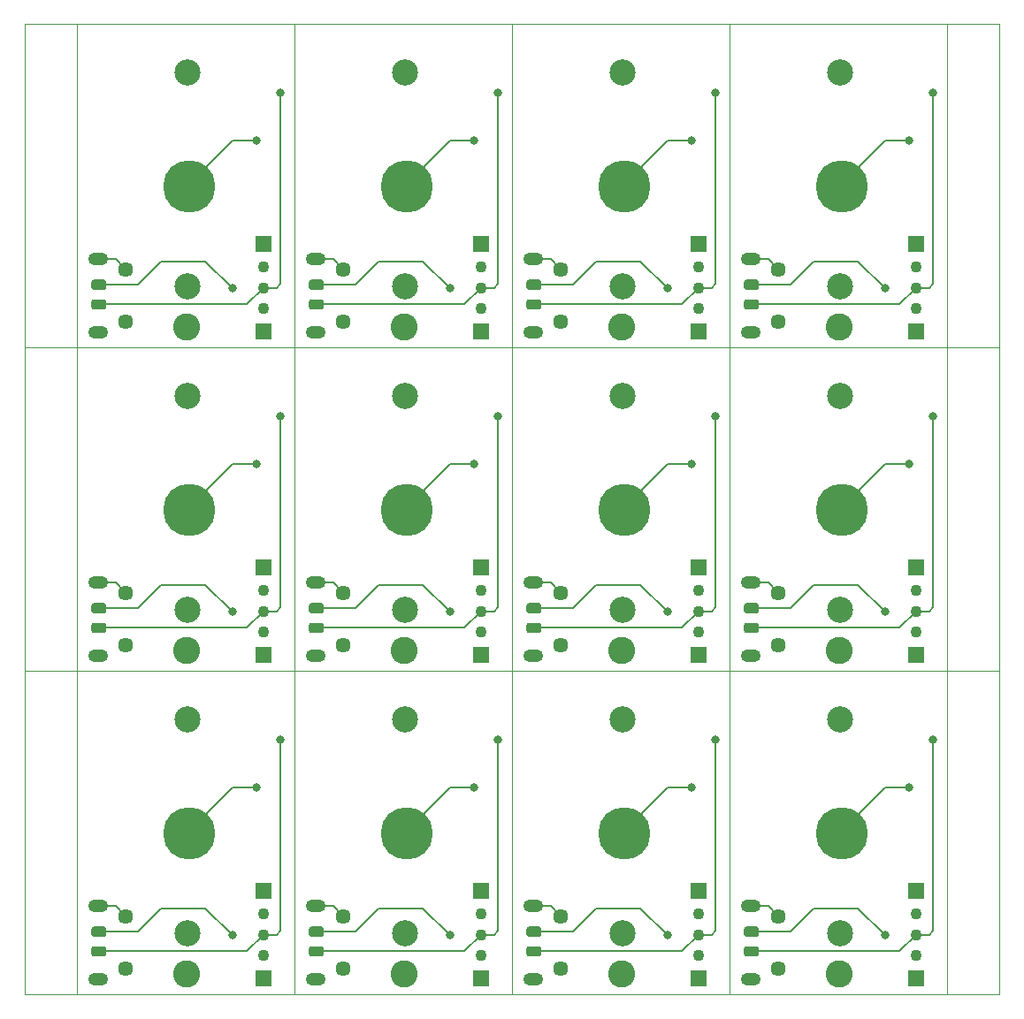
<source format=gbr>
G04 #@! TF.GenerationSoftware,KiCad,Pcbnew,(5.1.5)-3*
G04 #@! TF.CreationDate,2020-09-12T19:14:48+01:00*
G04 #@! TF.ProjectId,OTK_Panel,4f544b5f-5061-46e6-956c-2e6b69636164,rev?*
G04 #@! TF.SameCoordinates,Original*
G04 #@! TF.FileFunction,Copper,L1,Top*
G04 #@! TF.FilePolarity,Positive*
%FSLAX46Y46*%
G04 Gerber Fmt 4.6, Leading zero omitted, Abs format (unit mm)*
G04 Created by KiCad (PCBNEW (5.1.5)-3) date 2020-09-12 19:14:48*
%MOMM*%
%LPD*%
G04 APERTURE LIST*
%ADD10C,0.050000*%
%ADD11C,2.500000*%
%ADD12O,1.900000X1.200000*%
%ADD13C,1.450000*%
%ADD14R,1.500000X1.500000*%
%ADD15C,1.100000*%
%ADD16C,5.000000*%
%ADD17C,0.100000*%
%ADD18C,2.600000*%
%ADD19C,0.800000*%
%ADD20C,0.127000*%
G04 APERTURE END LIST*
D10*
X192734500Y-108806300D02*
X197734500Y-108798300D01*
X192734500Y-77818300D02*
X197734500Y-77818300D01*
X109422500Y-108806300D02*
X104422500Y-108810300D01*
X109422500Y-77818300D02*
X104422500Y-77820300D01*
X104422500Y-139790300D02*
X109422500Y-139794300D01*
X104422500Y-46820300D02*
X104422500Y-139790300D01*
X109422500Y-46830300D02*
X104422500Y-46820300D01*
X192734500Y-139794300D02*
X197734500Y-139790300D01*
X197734500Y-46830300D02*
X197734500Y-139790300D01*
X192734500Y-46830300D02*
X197734500Y-46830300D01*
X109422500Y-139794300D02*
X109422500Y-108806300D01*
X171906500Y-139794300D02*
X171906500Y-108806300D01*
X130250500Y-139794300D02*
X109422500Y-139794300D01*
X171906500Y-139794300D02*
X151078500Y-139794300D01*
X130250500Y-108806300D02*
X130250500Y-139794300D01*
X151078500Y-108806300D02*
X151078500Y-139794300D01*
X171906500Y-108806300D02*
X171906500Y-139794300D01*
X151078500Y-108806300D02*
X171906500Y-108806300D01*
X192734500Y-108806300D02*
X192734500Y-139794300D01*
X151078500Y-139794300D02*
X151078500Y-108806300D01*
X109422500Y-108806300D02*
X130250500Y-108806300D01*
X151078500Y-139794300D02*
X130250500Y-139794300D01*
X130250500Y-108806300D02*
X151078500Y-108806300D01*
X130250500Y-139794300D02*
X130250500Y-108806300D01*
X192734500Y-139794300D02*
X171906500Y-139794300D01*
X171906500Y-108806300D02*
X192734500Y-108806300D01*
X109422500Y-108806300D02*
X109422500Y-77818300D01*
X171906500Y-108806300D02*
X171906500Y-77818300D01*
X130250500Y-108806300D02*
X109422500Y-108806300D01*
X171906500Y-108806300D02*
X151078500Y-108806300D01*
X130250500Y-77818300D02*
X130250500Y-108806300D01*
X151078500Y-77818300D02*
X151078500Y-108806300D01*
X171906500Y-77818300D02*
X171906500Y-108806300D01*
X151078500Y-77818300D02*
X171906500Y-77818300D01*
X192734500Y-77818300D02*
X192734500Y-108806300D01*
X151078500Y-108806300D02*
X151078500Y-77818300D01*
X109422500Y-77818300D02*
X130250500Y-77818300D01*
X151078500Y-108806300D02*
X130250500Y-108806300D01*
X130250500Y-77818300D02*
X151078500Y-77818300D01*
X130250500Y-108806300D02*
X130250500Y-77818300D01*
X192734500Y-108806300D02*
X171906500Y-108806300D01*
X171906500Y-77818300D02*
X192734500Y-77818300D01*
X171906500Y-77818300D02*
X171906500Y-46830300D01*
X192734500Y-77818300D02*
X171906500Y-77818300D01*
X192734500Y-46830300D02*
X192734500Y-77818300D01*
X171906500Y-46830300D02*
X192734500Y-46830300D01*
X151078500Y-77818300D02*
X151078500Y-46830300D01*
X171906500Y-77818300D02*
X151078500Y-77818300D01*
X171906500Y-46830300D02*
X171906500Y-77818300D01*
X151078500Y-46830300D02*
X171906500Y-46830300D01*
X130250500Y-77818300D02*
X130250500Y-46830300D01*
X151078500Y-77818300D02*
X130250500Y-77818300D01*
X151078500Y-46830300D02*
X151078500Y-77818300D01*
X130250500Y-46830300D02*
X151078500Y-46830300D01*
X109422500Y-77818300D02*
X109422500Y-46830300D01*
X130250500Y-77818300D02*
X109422500Y-77818300D01*
X130250500Y-46830300D02*
X130250500Y-77818300D01*
X109422500Y-46830300D02*
X130250500Y-46830300D01*
D11*
X182482720Y-133970960D03*
X182482720Y-113480960D03*
D12*
X153077000Y-131341300D03*
X153077000Y-138341300D03*
D13*
X155777000Y-132341300D03*
X155777000Y-137341300D03*
D14*
X189747500Y-138279300D03*
D15*
X189747500Y-136079300D03*
X189747500Y-134079300D03*
X189747500Y-132079300D03*
D14*
X189747500Y-129879300D03*
D12*
X173905000Y-131341300D03*
X173905000Y-138341300D03*
D13*
X176605000Y-132341300D03*
X176605000Y-137341300D03*
D16*
X161832900Y-124325700D03*
X182660900Y-124325700D03*
G04 #@! TA.AperFunction,SMDPad,CuDef*
D17*
G36*
X174479642Y-135165474D02*
G01*
X174503303Y-135168984D01*
X174526507Y-135174796D01*
X174549029Y-135182854D01*
X174570653Y-135193082D01*
X174591170Y-135205379D01*
X174610383Y-135219629D01*
X174628107Y-135235693D01*
X174644171Y-135253417D01*
X174658421Y-135272630D01*
X174670718Y-135293147D01*
X174680946Y-135314771D01*
X174689004Y-135337293D01*
X174694816Y-135360497D01*
X174698326Y-135384158D01*
X174699500Y-135408050D01*
X174699500Y-135895550D01*
X174698326Y-135919442D01*
X174694816Y-135943103D01*
X174689004Y-135966307D01*
X174680946Y-135988829D01*
X174670718Y-136010453D01*
X174658421Y-136030970D01*
X174644171Y-136050183D01*
X174628107Y-136067907D01*
X174610383Y-136083971D01*
X174591170Y-136098221D01*
X174570653Y-136110518D01*
X174549029Y-136120746D01*
X174526507Y-136128804D01*
X174503303Y-136134616D01*
X174479642Y-136138126D01*
X174455750Y-136139300D01*
X173543250Y-136139300D01*
X173519358Y-136138126D01*
X173495697Y-136134616D01*
X173472493Y-136128804D01*
X173449971Y-136120746D01*
X173428347Y-136110518D01*
X173407830Y-136098221D01*
X173388617Y-136083971D01*
X173370893Y-136067907D01*
X173354829Y-136050183D01*
X173340579Y-136030970D01*
X173328282Y-136010453D01*
X173318054Y-135988829D01*
X173309996Y-135966307D01*
X173304184Y-135943103D01*
X173300674Y-135919442D01*
X173299500Y-135895550D01*
X173299500Y-135408050D01*
X173300674Y-135384158D01*
X173304184Y-135360497D01*
X173309996Y-135337293D01*
X173318054Y-135314771D01*
X173328282Y-135293147D01*
X173340579Y-135272630D01*
X173354829Y-135253417D01*
X173370893Y-135235693D01*
X173388617Y-135219629D01*
X173407830Y-135205379D01*
X173428347Y-135193082D01*
X173449971Y-135182854D01*
X173472493Y-135174796D01*
X173495697Y-135168984D01*
X173519358Y-135165474D01*
X173543250Y-135164300D01*
X174455750Y-135164300D01*
X174479642Y-135165474D01*
G37*
G04 #@! TD.AperFunction*
G04 #@! TA.AperFunction,SMDPad,CuDef*
G36*
X174479642Y-133290474D02*
G01*
X174503303Y-133293984D01*
X174526507Y-133299796D01*
X174549029Y-133307854D01*
X174570653Y-133318082D01*
X174591170Y-133330379D01*
X174610383Y-133344629D01*
X174628107Y-133360693D01*
X174644171Y-133378417D01*
X174658421Y-133397630D01*
X174670718Y-133418147D01*
X174680946Y-133439771D01*
X174689004Y-133462293D01*
X174694816Y-133485497D01*
X174698326Y-133509158D01*
X174699500Y-133533050D01*
X174699500Y-134020550D01*
X174698326Y-134044442D01*
X174694816Y-134068103D01*
X174689004Y-134091307D01*
X174680946Y-134113829D01*
X174670718Y-134135453D01*
X174658421Y-134155970D01*
X174644171Y-134175183D01*
X174628107Y-134192907D01*
X174610383Y-134208971D01*
X174591170Y-134223221D01*
X174570653Y-134235518D01*
X174549029Y-134245746D01*
X174526507Y-134253804D01*
X174503303Y-134259616D01*
X174479642Y-134263126D01*
X174455750Y-134264300D01*
X173543250Y-134264300D01*
X173519358Y-134263126D01*
X173495697Y-134259616D01*
X173472493Y-134253804D01*
X173449971Y-134245746D01*
X173428347Y-134235518D01*
X173407830Y-134223221D01*
X173388617Y-134208971D01*
X173370893Y-134192907D01*
X173354829Y-134175183D01*
X173340579Y-134155970D01*
X173328282Y-134135453D01*
X173318054Y-134113829D01*
X173309996Y-134091307D01*
X173304184Y-134068103D01*
X173300674Y-134044442D01*
X173299500Y-134020550D01*
X173299500Y-133533050D01*
X173300674Y-133509158D01*
X173304184Y-133485497D01*
X173309996Y-133462293D01*
X173318054Y-133439771D01*
X173328282Y-133418147D01*
X173340579Y-133397630D01*
X173354829Y-133378417D01*
X173370893Y-133360693D01*
X173388617Y-133344629D01*
X173407830Y-133330379D01*
X173428347Y-133318082D01*
X173449971Y-133307854D01*
X173472493Y-133299796D01*
X173495697Y-133293984D01*
X173519358Y-133290474D01*
X173543250Y-133289300D01*
X174455750Y-133289300D01*
X174479642Y-133290474D01*
G37*
G04 #@! TD.AperFunction*
D16*
X141004900Y-124325700D03*
D14*
X168919500Y-138279300D03*
D15*
X168919500Y-136079300D03*
X168919500Y-134079300D03*
X168919500Y-132079300D03*
D14*
X168919500Y-129879300D03*
D11*
X161654720Y-133970960D03*
X161654720Y-113480960D03*
D12*
X132249000Y-131341300D03*
X132249000Y-138341300D03*
D13*
X134949000Y-132341300D03*
X134949000Y-137341300D03*
G04 #@! TA.AperFunction,SMDPad,CuDef*
D17*
G36*
X153651642Y-135165474D02*
G01*
X153675303Y-135168984D01*
X153698507Y-135174796D01*
X153721029Y-135182854D01*
X153742653Y-135193082D01*
X153763170Y-135205379D01*
X153782383Y-135219629D01*
X153800107Y-135235693D01*
X153816171Y-135253417D01*
X153830421Y-135272630D01*
X153842718Y-135293147D01*
X153852946Y-135314771D01*
X153861004Y-135337293D01*
X153866816Y-135360497D01*
X153870326Y-135384158D01*
X153871500Y-135408050D01*
X153871500Y-135895550D01*
X153870326Y-135919442D01*
X153866816Y-135943103D01*
X153861004Y-135966307D01*
X153852946Y-135988829D01*
X153842718Y-136010453D01*
X153830421Y-136030970D01*
X153816171Y-136050183D01*
X153800107Y-136067907D01*
X153782383Y-136083971D01*
X153763170Y-136098221D01*
X153742653Y-136110518D01*
X153721029Y-136120746D01*
X153698507Y-136128804D01*
X153675303Y-136134616D01*
X153651642Y-136138126D01*
X153627750Y-136139300D01*
X152715250Y-136139300D01*
X152691358Y-136138126D01*
X152667697Y-136134616D01*
X152644493Y-136128804D01*
X152621971Y-136120746D01*
X152600347Y-136110518D01*
X152579830Y-136098221D01*
X152560617Y-136083971D01*
X152542893Y-136067907D01*
X152526829Y-136050183D01*
X152512579Y-136030970D01*
X152500282Y-136010453D01*
X152490054Y-135988829D01*
X152481996Y-135966307D01*
X152476184Y-135943103D01*
X152472674Y-135919442D01*
X152471500Y-135895550D01*
X152471500Y-135408050D01*
X152472674Y-135384158D01*
X152476184Y-135360497D01*
X152481996Y-135337293D01*
X152490054Y-135314771D01*
X152500282Y-135293147D01*
X152512579Y-135272630D01*
X152526829Y-135253417D01*
X152542893Y-135235693D01*
X152560617Y-135219629D01*
X152579830Y-135205379D01*
X152600347Y-135193082D01*
X152621971Y-135182854D01*
X152644493Y-135174796D01*
X152667697Y-135168984D01*
X152691358Y-135165474D01*
X152715250Y-135164300D01*
X153627750Y-135164300D01*
X153651642Y-135165474D01*
G37*
G04 #@! TD.AperFunction*
G04 #@! TA.AperFunction,SMDPad,CuDef*
G36*
X153651642Y-133290474D02*
G01*
X153675303Y-133293984D01*
X153698507Y-133299796D01*
X153721029Y-133307854D01*
X153742653Y-133318082D01*
X153763170Y-133330379D01*
X153782383Y-133344629D01*
X153800107Y-133360693D01*
X153816171Y-133378417D01*
X153830421Y-133397630D01*
X153842718Y-133418147D01*
X153852946Y-133439771D01*
X153861004Y-133462293D01*
X153866816Y-133485497D01*
X153870326Y-133509158D01*
X153871500Y-133533050D01*
X153871500Y-134020550D01*
X153870326Y-134044442D01*
X153866816Y-134068103D01*
X153861004Y-134091307D01*
X153852946Y-134113829D01*
X153842718Y-134135453D01*
X153830421Y-134155970D01*
X153816171Y-134175183D01*
X153800107Y-134192907D01*
X153782383Y-134208971D01*
X153763170Y-134223221D01*
X153742653Y-134235518D01*
X153721029Y-134245746D01*
X153698507Y-134253804D01*
X153675303Y-134259616D01*
X153651642Y-134263126D01*
X153627750Y-134264300D01*
X152715250Y-134264300D01*
X152691358Y-134263126D01*
X152667697Y-134259616D01*
X152644493Y-134253804D01*
X152621971Y-134245746D01*
X152600347Y-134235518D01*
X152579830Y-134223221D01*
X152560617Y-134208971D01*
X152542893Y-134192907D01*
X152526829Y-134175183D01*
X152512579Y-134155970D01*
X152500282Y-134135453D01*
X152490054Y-134113829D01*
X152481996Y-134091307D01*
X152476184Y-134068103D01*
X152472674Y-134044442D01*
X152471500Y-134020550D01*
X152471500Y-133533050D01*
X152472674Y-133509158D01*
X152476184Y-133485497D01*
X152481996Y-133462293D01*
X152490054Y-133439771D01*
X152500282Y-133418147D01*
X152512579Y-133397630D01*
X152526829Y-133378417D01*
X152542893Y-133360693D01*
X152560617Y-133344629D01*
X152579830Y-133330379D01*
X152600347Y-133318082D01*
X152621971Y-133307854D01*
X152644493Y-133299796D01*
X152667697Y-133293984D01*
X152691358Y-133290474D01*
X152715250Y-133289300D01*
X153627750Y-133289300D01*
X153651642Y-133290474D01*
G37*
G04 #@! TD.AperFunction*
D14*
X148091500Y-138279300D03*
D15*
X148091500Y-136079300D03*
X148091500Y-134079300D03*
X148091500Y-132079300D03*
D14*
X148091500Y-129879300D03*
D11*
X140826720Y-133970960D03*
X140826720Y-113480960D03*
G04 #@! TA.AperFunction,SMDPad,CuDef*
D17*
G36*
X132823642Y-135165474D02*
G01*
X132847303Y-135168984D01*
X132870507Y-135174796D01*
X132893029Y-135182854D01*
X132914653Y-135193082D01*
X132935170Y-135205379D01*
X132954383Y-135219629D01*
X132972107Y-135235693D01*
X132988171Y-135253417D01*
X133002421Y-135272630D01*
X133014718Y-135293147D01*
X133024946Y-135314771D01*
X133033004Y-135337293D01*
X133038816Y-135360497D01*
X133042326Y-135384158D01*
X133043500Y-135408050D01*
X133043500Y-135895550D01*
X133042326Y-135919442D01*
X133038816Y-135943103D01*
X133033004Y-135966307D01*
X133024946Y-135988829D01*
X133014718Y-136010453D01*
X133002421Y-136030970D01*
X132988171Y-136050183D01*
X132972107Y-136067907D01*
X132954383Y-136083971D01*
X132935170Y-136098221D01*
X132914653Y-136110518D01*
X132893029Y-136120746D01*
X132870507Y-136128804D01*
X132847303Y-136134616D01*
X132823642Y-136138126D01*
X132799750Y-136139300D01*
X131887250Y-136139300D01*
X131863358Y-136138126D01*
X131839697Y-136134616D01*
X131816493Y-136128804D01*
X131793971Y-136120746D01*
X131772347Y-136110518D01*
X131751830Y-136098221D01*
X131732617Y-136083971D01*
X131714893Y-136067907D01*
X131698829Y-136050183D01*
X131684579Y-136030970D01*
X131672282Y-136010453D01*
X131662054Y-135988829D01*
X131653996Y-135966307D01*
X131648184Y-135943103D01*
X131644674Y-135919442D01*
X131643500Y-135895550D01*
X131643500Y-135408050D01*
X131644674Y-135384158D01*
X131648184Y-135360497D01*
X131653996Y-135337293D01*
X131662054Y-135314771D01*
X131672282Y-135293147D01*
X131684579Y-135272630D01*
X131698829Y-135253417D01*
X131714893Y-135235693D01*
X131732617Y-135219629D01*
X131751830Y-135205379D01*
X131772347Y-135193082D01*
X131793971Y-135182854D01*
X131816493Y-135174796D01*
X131839697Y-135168984D01*
X131863358Y-135165474D01*
X131887250Y-135164300D01*
X132799750Y-135164300D01*
X132823642Y-135165474D01*
G37*
G04 #@! TD.AperFunction*
G04 #@! TA.AperFunction,SMDPad,CuDef*
G36*
X132823642Y-133290474D02*
G01*
X132847303Y-133293984D01*
X132870507Y-133299796D01*
X132893029Y-133307854D01*
X132914653Y-133318082D01*
X132935170Y-133330379D01*
X132954383Y-133344629D01*
X132972107Y-133360693D01*
X132988171Y-133378417D01*
X133002421Y-133397630D01*
X133014718Y-133418147D01*
X133024946Y-133439771D01*
X133033004Y-133462293D01*
X133038816Y-133485497D01*
X133042326Y-133509158D01*
X133043500Y-133533050D01*
X133043500Y-134020550D01*
X133042326Y-134044442D01*
X133038816Y-134068103D01*
X133033004Y-134091307D01*
X133024946Y-134113829D01*
X133014718Y-134135453D01*
X133002421Y-134155970D01*
X132988171Y-134175183D01*
X132972107Y-134192907D01*
X132954383Y-134208971D01*
X132935170Y-134223221D01*
X132914653Y-134235518D01*
X132893029Y-134245746D01*
X132870507Y-134253804D01*
X132847303Y-134259616D01*
X132823642Y-134263126D01*
X132799750Y-134264300D01*
X131887250Y-134264300D01*
X131863358Y-134263126D01*
X131839697Y-134259616D01*
X131816493Y-134253804D01*
X131793971Y-134245746D01*
X131772347Y-134235518D01*
X131751830Y-134223221D01*
X131732617Y-134208971D01*
X131714893Y-134192907D01*
X131698829Y-134175183D01*
X131684579Y-134155970D01*
X131672282Y-134135453D01*
X131662054Y-134113829D01*
X131653996Y-134091307D01*
X131648184Y-134068103D01*
X131644674Y-134044442D01*
X131643500Y-134020550D01*
X131643500Y-133533050D01*
X131644674Y-133509158D01*
X131648184Y-133485497D01*
X131653996Y-133462293D01*
X131662054Y-133439771D01*
X131672282Y-133418147D01*
X131684579Y-133397630D01*
X131698829Y-133378417D01*
X131714893Y-133360693D01*
X131732617Y-133344629D01*
X131751830Y-133330379D01*
X131772347Y-133318082D01*
X131793971Y-133307854D01*
X131816493Y-133299796D01*
X131839697Y-133293984D01*
X131863358Y-133290474D01*
X131887250Y-133289300D01*
X132799750Y-133289300D01*
X132823642Y-133290474D01*
G37*
G04 #@! TD.AperFunction*
D16*
X120176900Y-124325700D03*
D13*
X114121000Y-137341300D03*
X114121000Y-132341300D03*
D12*
X111421000Y-138341300D03*
X111421000Y-131341300D03*
D14*
X127263500Y-129879300D03*
D15*
X127263500Y-132079300D03*
X127263500Y-134079300D03*
X127263500Y-136079300D03*
D14*
X127263500Y-138279300D03*
D11*
X119998720Y-113480960D03*
X119998720Y-133970960D03*
G04 #@! TA.AperFunction,SMDPad,CuDef*
D17*
G36*
X111995642Y-133290474D02*
G01*
X112019303Y-133293984D01*
X112042507Y-133299796D01*
X112065029Y-133307854D01*
X112086653Y-133318082D01*
X112107170Y-133330379D01*
X112126383Y-133344629D01*
X112144107Y-133360693D01*
X112160171Y-133378417D01*
X112174421Y-133397630D01*
X112186718Y-133418147D01*
X112196946Y-133439771D01*
X112205004Y-133462293D01*
X112210816Y-133485497D01*
X112214326Y-133509158D01*
X112215500Y-133533050D01*
X112215500Y-134020550D01*
X112214326Y-134044442D01*
X112210816Y-134068103D01*
X112205004Y-134091307D01*
X112196946Y-134113829D01*
X112186718Y-134135453D01*
X112174421Y-134155970D01*
X112160171Y-134175183D01*
X112144107Y-134192907D01*
X112126383Y-134208971D01*
X112107170Y-134223221D01*
X112086653Y-134235518D01*
X112065029Y-134245746D01*
X112042507Y-134253804D01*
X112019303Y-134259616D01*
X111995642Y-134263126D01*
X111971750Y-134264300D01*
X111059250Y-134264300D01*
X111035358Y-134263126D01*
X111011697Y-134259616D01*
X110988493Y-134253804D01*
X110965971Y-134245746D01*
X110944347Y-134235518D01*
X110923830Y-134223221D01*
X110904617Y-134208971D01*
X110886893Y-134192907D01*
X110870829Y-134175183D01*
X110856579Y-134155970D01*
X110844282Y-134135453D01*
X110834054Y-134113829D01*
X110825996Y-134091307D01*
X110820184Y-134068103D01*
X110816674Y-134044442D01*
X110815500Y-134020550D01*
X110815500Y-133533050D01*
X110816674Y-133509158D01*
X110820184Y-133485497D01*
X110825996Y-133462293D01*
X110834054Y-133439771D01*
X110844282Y-133418147D01*
X110856579Y-133397630D01*
X110870829Y-133378417D01*
X110886893Y-133360693D01*
X110904617Y-133344629D01*
X110923830Y-133330379D01*
X110944347Y-133318082D01*
X110965971Y-133307854D01*
X110988493Y-133299796D01*
X111011697Y-133293984D01*
X111035358Y-133290474D01*
X111059250Y-133289300D01*
X111971750Y-133289300D01*
X111995642Y-133290474D01*
G37*
G04 #@! TD.AperFunction*
G04 #@! TA.AperFunction,SMDPad,CuDef*
G36*
X111995642Y-135165474D02*
G01*
X112019303Y-135168984D01*
X112042507Y-135174796D01*
X112065029Y-135182854D01*
X112086653Y-135193082D01*
X112107170Y-135205379D01*
X112126383Y-135219629D01*
X112144107Y-135235693D01*
X112160171Y-135253417D01*
X112174421Y-135272630D01*
X112186718Y-135293147D01*
X112196946Y-135314771D01*
X112205004Y-135337293D01*
X112210816Y-135360497D01*
X112214326Y-135384158D01*
X112215500Y-135408050D01*
X112215500Y-135895550D01*
X112214326Y-135919442D01*
X112210816Y-135943103D01*
X112205004Y-135966307D01*
X112196946Y-135988829D01*
X112186718Y-136010453D01*
X112174421Y-136030970D01*
X112160171Y-136050183D01*
X112144107Y-136067907D01*
X112126383Y-136083971D01*
X112107170Y-136098221D01*
X112086653Y-136110518D01*
X112065029Y-136120746D01*
X112042507Y-136128804D01*
X112019303Y-136134616D01*
X111995642Y-136138126D01*
X111971750Y-136139300D01*
X111059250Y-136139300D01*
X111035358Y-136138126D01*
X111011697Y-136134616D01*
X110988493Y-136128804D01*
X110965971Y-136120746D01*
X110944347Y-136110518D01*
X110923830Y-136098221D01*
X110904617Y-136083971D01*
X110886893Y-136067907D01*
X110870829Y-136050183D01*
X110856579Y-136030970D01*
X110844282Y-136010453D01*
X110834054Y-135988829D01*
X110825996Y-135966307D01*
X110820184Y-135943103D01*
X110816674Y-135919442D01*
X110815500Y-135895550D01*
X110815500Y-135408050D01*
X110816674Y-135384158D01*
X110820184Y-135360497D01*
X110825996Y-135337293D01*
X110834054Y-135314771D01*
X110844282Y-135293147D01*
X110856579Y-135272630D01*
X110870829Y-135253417D01*
X110886893Y-135235693D01*
X110904617Y-135219629D01*
X110923830Y-135205379D01*
X110944347Y-135193082D01*
X110965971Y-135182854D01*
X110988493Y-135174796D01*
X111011697Y-135168984D01*
X111035358Y-135165474D01*
X111059250Y-135164300D01*
X111971750Y-135164300D01*
X111995642Y-135165474D01*
G37*
G04 #@! TD.AperFunction*
D11*
X182482720Y-102982960D03*
X182482720Y-82492960D03*
D12*
X153077000Y-100353300D03*
X153077000Y-107353300D03*
D13*
X155777000Y-101353300D03*
X155777000Y-106353300D03*
D14*
X189747500Y-107291300D03*
D15*
X189747500Y-105091300D03*
X189747500Y-103091300D03*
X189747500Y-101091300D03*
D14*
X189747500Y-98891300D03*
D12*
X173905000Y-100353300D03*
X173905000Y-107353300D03*
D13*
X176605000Y-101353300D03*
X176605000Y-106353300D03*
D16*
X161832900Y-93337700D03*
X182660900Y-93337700D03*
G04 #@! TA.AperFunction,SMDPad,CuDef*
D17*
G36*
X174479642Y-104177474D02*
G01*
X174503303Y-104180984D01*
X174526507Y-104186796D01*
X174549029Y-104194854D01*
X174570653Y-104205082D01*
X174591170Y-104217379D01*
X174610383Y-104231629D01*
X174628107Y-104247693D01*
X174644171Y-104265417D01*
X174658421Y-104284630D01*
X174670718Y-104305147D01*
X174680946Y-104326771D01*
X174689004Y-104349293D01*
X174694816Y-104372497D01*
X174698326Y-104396158D01*
X174699500Y-104420050D01*
X174699500Y-104907550D01*
X174698326Y-104931442D01*
X174694816Y-104955103D01*
X174689004Y-104978307D01*
X174680946Y-105000829D01*
X174670718Y-105022453D01*
X174658421Y-105042970D01*
X174644171Y-105062183D01*
X174628107Y-105079907D01*
X174610383Y-105095971D01*
X174591170Y-105110221D01*
X174570653Y-105122518D01*
X174549029Y-105132746D01*
X174526507Y-105140804D01*
X174503303Y-105146616D01*
X174479642Y-105150126D01*
X174455750Y-105151300D01*
X173543250Y-105151300D01*
X173519358Y-105150126D01*
X173495697Y-105146616D01*
X173472493Y-105140804D01*
X173449971Y-105132746D01*
X173428347Y-105122518D01*
X173407830Y-105110221D01*
X173388617Y-105095971D01*
X173370893Y-105079907D01*
X173354829Y-105062183D01*
X173340579Y-105042970D01*
X173328282Y-105022453D01*
X173318054Y-105000829D01*
X173309996Y-104978307D01*
X173304184Y-104955103D01*
X173300674Y-104931442D01*
X173299500Y-104907550D01*
X173299500Y-104420050D01*
X173300674Y-104396158D01*
X173304184Y-104372497D01*
X173309996Y-104349293D01*
X173318054Y-104326771D01*
X173328282Y-104305147D01*
X173340579Y-104284630D01*
X173354829Y-104265417D01*
X173370893Y-104247693D01*
X173388617Y-104231629D01*
X173407830Y-104217379D01*
X173428347Y-104205082D01*
X173449971Y-104194854D01*
X173472493Y-104186796D01*
X173495697Y-104180984D01*
X173519358Y-104177474D01*
X173543250Y-104176300D01*
X174455750Y-104176300D01*
X174479642Y-104177474D01*
G37*
G04 #@! TD.AperFunction*
G04 #@! TA.AperFunction,SMDPad,CuDef*
G36*
X174479642Y-102302474D02*
G01*
X174503303Y-102305984D01*
X174526507Y-102311796D01*
X174549029Y-102319854D01*
X174570653Y-102330082D01*
X174591170Y-102342379D01*
X174610383Y-102356629D01*
X174628107Y-102372693D01*
X174644171Y-102390417D01*
X174658421Y-102409630D01*
X174670718Y-102430147D01*
X174680946Y-102451771D01*
X174689004Y-102474293D01*
X174694816Y-102497497D01*
X174698326Y-102521158D01*
X174699500Y-102545050D01*
X174699500Y-103032550D01*
X174698326Y-103056442D01*
X174694816Y-103080103D01*
X174689004Y-103103307D01*
X174680946Y-103125829D01*
X174670718Y-103147453D01*
X174658421Y-103167970D01*
X174644171Y-103187183D01*
X174628107Y-103204907D01*
X174610383Y-103220971D01*
X174591170Y-103235221D01*
X174570653Y-103247518D01*
X174549029Y-103257746D01*
X174526507Y-103265804D01*
X174503303Y-103271616D01*
X174479642Y-103275126D01*
X174455750Y-103276300D01*
X173543250Y-103276300D01*
X173519358Y-103275126D01*
X173495697Y-103271616D01*
X173472493Y-103265804D01*
X173449971Y-103257746D01*
X173428347Y-103247518D01*
X173407830Y-103235221D01*
X173388617Y-103220971D01*
X173370893Y-103204907D01*
X173354829Y-103187183D01*
X173340579Y-103167970D01*
X173328282Y-103147453D01*
X173318054Y-103125829D01*
X173309996Y-103103307D01*
X173304184Y-103080103D01*
X173300674Y-103056442D01*
X173299500Y-103032550D01*
X173299500Y-102545050D01*
X173300674Y-102521158D01*
X173304184Y-102497497D01*
X173309996Y-102474293D01*
X173318054Y-102451771D01*
X173328282Y-102430147D01*
X173340579Y-102409630D01*
X173354829Y-102390417D01*
X173370893Y-102372693D01*
X173388617Y-102356629D01*
X173407830Y-102342379D01*
X173428347Y-102330082D01*
X173449971Y-102319854D01*
X173472493Y-102311796D01*
X173495697Y-102305984D01*
X173519358Y-102302474D01*
X173543250Y-102301300D01*
X174455750Y-102301300D01*
X174479642Y-102302474D01*
G37*
G04 #@! TD.AperFunction*
D16*
X141004900Y-93337700D03*
D14*
X168919500Y-107291300D03*
D15*
X168919500Y-105091300D03*
X168919500Y-103091300D03*
X168919500Y-101091300D03*
D14*
X168919500Y-98891300D03*
D11*
X161654720Y-102982960D03*
X161654720Y-82492960D03*
D12*
X132249000Y-100353300D03*
X132249000Y-107353300D03*
D13*
X134949000Y-101353300D03*
X134949000Y-106353300D03*
G04 #@! TA.AperFunction,SMDPad,CuDef*
D17*
G36*
X153651642Y-104177474D02*
G01*
X153675303Y-104180984D01*
X153698507Y-104186796D01*
X153721029Y-104194854D01*
X153742653Y-104205082D01*
X153763170Y-104217379D01*
X153782383Y-104231629D01*
X153800107Y-104247693D01*
X153816171Y-104265417D01*
X153830421Y-104284630D01*
X153842718Y-104305147D01*
X153852946Y-104326771D01*
X153861004Y-104349293D01*
X153866816Y-104372497D01*
X153870326Y-104396158D01*
X153871500Y-104420050D01*
X153871500Y-104907550D01*
X153870326Y-104931442D01*
X153866816Y-104955103D01*
X153861004Y-104978307D01*
X153852946Y-105000829D01*
X153842718Y-105022453D01*
X153830421Y-105042970D01*
X153816171Y-105062183D01*
X153800107Y-105079907D01*
X153782383Y-105095971D01*
X153763170Y-105110221D01*
X153742653Y-105122518D01*
X153721029Y-105132746D01*
X153698507Y-105140804D01*
X153675303Y-105146616D01*
X153651642Y-105150126D01*
X153627750Y-105151300D01*
X152715250Y-105151300D01*
X152691358Y-105150126D01*
X152667697Y-105146616D01*
X152644493Y-105140804D01*
X152621971Y-105132746D01*
X152600347Y-105122518D01*
X152579830Y-105110221D01*
X152560617Y-105095971D01*
X152542893Y-105079907D01*
X152526829Y-105062183D01*
X152512579Y-105042970D01*
X152500282Y-105022453D01*
X152490054Y-105000829D01*
X152481996Y-104978307D01*
X152476184Y-104955103D01*
X152472674Y-104931442D01*
X152471500Y-104907550D01*
X152471500Y-104420050D01*
X152472674Y-104396158D01*
X152476184Y-104372497D01*
X152481996Y-104349293D01*
X152490054Y-104326771D01*
X152500282Y-104305147D01*
X152512579Y-104284630D01*
X152526829Y-104265417D01*
X152542893Y-104247693D01*
X152560617Y-104231629D01*
X152579830Y-104217379D01*
X152600347Y-104205082D01*
X152621971Y-104194854D01*
X152644493Y-104186796D01*
X152667697Y-104180984D01*
X152691358Y-104177474D01*
X152715250Y-104176300D01*
X153627750Y-104176300D01*
X153651642Y-104177474D01*
G37*
G04 #@! TD.AperFunction*
G04 #@! TA.AperFunction,SMDPad,CuDef*
G36*
X153651642Y-102302474D02*
G01*
X153675303Y-102305984D01*
X153698507Y-102311796D01*
X153721029Y-102319854D01*
X153742653Y-102330082D01*
X153763170Y-102342379D01*
X153782383Y-102356629D01*
X153800107Y-102372693D01*
X153816171Y-102390417D01*
X153830421Y-102409630D01*
X153842718Y-102430147D01*
X153852946Y-102451771D01*
X153861004Y-102474293D01*
X153866816Y-102497497D01*
X153870326Y-102521158D01*
X153871500Y-102545050D01*
X153871500Y-103032550D01*
X153870326Y-103056442D01*
X153866816Y-103080103D01*
X153861004Y-103103307D01*
X153852946Y-103125829D01*
X153842718Y-103147453D01*
X153830421Y-103167970D01*
X153816171Y-103187183D01*
X153800107Y-103204907D01*
X153782383Y-103220971D01*
X153763170Y-103235221D01*
X153742653Y-103247518D01*
X153721029Y-103257746D01*
X153698507Y-103265804D01*
X153675303Y-103271616D01*
X153651642Y-103275126D01*
X153627750Y-103276300D01*
X152715250Y-103276300D01*
X152691358Y-103275126D01*
X152667697Y-103271616D01*
X152644493Y-103265804D01*
X152621971Y-103257746D01*
X152600347Y-103247518D01*
X152579830Y-103235221D01*
X152560617Y-103220971D01*
X152542893Y-103204907D01*
X152526829Y-103187183D01*
X152512579Y-103167970D01*
X152500282Y-103147453D01*
X152490054Y-103125829D01*
X152481996Y-103103307D01*
X152476184Y-103080103D01*
X152472674Y-103056442D01*
X152471500Y-103032550D01*
X152471500Y-102545050D01*
X152472674Y-102521158D01*
X152476184Y-102497497D01*
X152481996Y-102474293D01*
X152490054Y-102451771D01*
X152500282Y-102430147D01*
X152512579Y-102409630D01*
X152526829Y-102390417D01*
X152542893Y-102372693D01*
X152560617Y-102356629D01*
X152579830Y-102342379D01*
X152600347Y-102330082D01*
X152621971Y-102319854D01*
X152644493Y-102311796D01*
X152667697Y-102305984D01*
X152691358Y-102302474D01*
X152715250Y-102301300D01*
X153627750Y-102301300D01*
X153651642Y-102302474D01*
G37*
G04 #@! TD.AperFunction*
D14*
X148091500Y-107291300D03*
D15*
X148091500Y-105091300D03*
X148091500Y-103091300D03*
X148091500Y-101091300D03*
D14*
X148091500Y-98891300D03*
D11*
X140826720Y-102982960D03*
X140826720Y-82492960D03*
G04 #@! TA.AperFunction,SMDPad,CuDef*
D17*
G36*
X132823642Y-104177474D02*
G01*
X132847303Y-104180984D01*
X132870507Y-104186796D01*
X132893029Y-104194854D01*
X132914653Y-104205082D01*
X132935170Y-104217379D01*
X132954383Y-104231629D01*
X132972107Y-104247693D01*
X132988171Y-104265417D01*
X133002421Y-104284630D01*
X133014718Y-104305147D01*
X133024946Y-104326771D01*
X133033004Y-104349293D01*
X133038816Y-104372497D01*
X133042326Y-104396158D01*
X133043500Y-104420050D01*
X133043500Y-104907550D01*
X133042326Y-104931442D01*
X133038816Y-104955103D01*
X133033004Y-104978307D01*
X133024946Y-105000829D01*
X133014718Y-105022453D01*
X133002421Y-105042970D01*
X132988171Y-105062183D01*
X132972107Y-105079907D01*
X132954383Y-105095971D01*
X132935170Y-105110221D01*
X132914653Y-105122518D01*
X132893029Y-105132746D01*
X132870507Y-105140804D01*
X132847303Y-105146616D01*
X132823642Y-105150126D01*
X132799750Y-105151300D01*
X131887250Y-105151300D01*
X131863358Y-105150126D01*
X131839697Y-105146616D01*
X131816493Y-105140804D01*
X131793971Y-105132746D01*
X131772347Y-105122518D01*
X131751830Y-105110221D01*
X131732617Y-105095971D01*
X131714893Y-105079907D01*
X131698829Y-105062183D01*
X131684579Y-105042970D01*
X131672282Y-105022453D01*
X131662054Y-105000829D01*
X131653996Y-104978307D01*
X131648184Y-104955103D01*
X131644674Y-104931442D01*
X131643500Y-104907550D01*
X131643500Y-104420050D01*
X131644674Y-104396158D01*
X131648184Y-104372497D01*
X131653996Y-104349293D01*
X131662054Y-104326771D01*
X131672282Y-104305147D01*
X131684579Y-104284630D01*
X131698829Y-104265417D01*
X131714893Y-104247693D01*
X131732617Y-104231629D01*
X131751830Y-104217379D01*
X131772347Y-104205082D01*
X131793971Y-104194854D01*
X131816493Y-104186796D01*
X131839697Y-104180984D01*
X131863358Y-104177474D01*
X131887250Y-104176300D01*
X132799750Y-104176300D01*
X132823642Y-104177474D01*
G37*
G04 #@! TD.AperFunction*
G04 #@! TA.AperFunction,SMDPad,CuDef*
G36*
X132823642Y-102302474D02*
G01*
X132847303Y-102305984D01*
X132870507Y-102311796D01*
X132893029Y-102319854D01*
X132914653Y-102330082D01*
X132935170Y-102342379D01*
X132954383Y-102356629D01*
X132972107Y-102372693D01*
X132988171Y-102390417D01*
X133002421Y-102409630D01*
X133014718Y-102430147D01*
X133024946Y-102451771D01*
X133033004Y-102474293D01*
X133038816Y-102497497D01*
X133042326Y-102521158D01*
X133043500Y-102545050D01*
X133043500Y-103032550D01*
X133042326Y-103056442D01*
X133038816Y-103080103D01*
X133033004Y-103103307D01*
X133024946Y-103125829D01*
X133014718Y-103147453D01*
X133002421Y-103167970D01*
X132988171Y-103187183D01*
X132972107Y-103204907D01*
X132954383Y-103220971D01*
X132935170Y-103235221D01*
X132914653Y-103247518D01*
X132893029Y-103257746D01*
X132870507Y-103265804D01*
X132847303Y-103271616D01*
X132823642Y-103275126D01*
X132799750Y-103276300D01*
X131887250Y-103276300D01*
X131863358Y-103275126D01*
X131839697Y-103271616D01*
X131816493Y-103265804D01*
X131793971Y-103257746D01*
X131772347Y-103247518D01*
X131751830Y-103235221D01*
X131732617Y-103220971D01*
X131714893Y-103204907D01*
X131698829Y-103187183D01*
X131684579Y-103167970D01*
X131672282Y-103147453D01*
X131662054Y-103125829D01*
X131653996Y-103103307D01*
X131648184Y-103080103D01*
X131644674Y-103056442D01*
X131643500Y-103032550D01*
X131643500Y-102545050D01*
X131644674Y-102521158D01*
X131648184Y-102497497D01*
X131653996Y-102474293D01*
X131662054Y-102451771D01*
X131672282Y-102430147D01*
X131684579Y-102409630D01*
X131698829Y-102390417D01*
X131714893Y-102372693D01*
X131732617Y-102356629D01*
X131751830Y-102342379D01*
X131772347Y-102330082D01*
X131793971Y-102319854D01*
X131816493Y-102311796D01*
X131839697Y-102305984D01*
X131863358Y-102302474D01*
X131887250Y-102301300D01*
X132799750Y-102301300D01*
X132823642Y-102302474D01*
G37*
G04 #@! TD.AperFunction*
D16*
X120176900Y-93337700D03*
D13*
X114121000Y-106353300D03*
X114121000Y-101353300D03*
D12*
X111421000Y-107353300D03*
X111421000Y-100353300D03*
D14*
X127263500Y-98891300D03*
D15*
X127263500Y-101091300D03*
X127263500Y-103091300D03*
X127263500Y-105091300D03*
D14*
X127263500Y-107291300D03*
D11*
X119998720Y-82492960D03*
X119998720Y-102982960D03*
G04 #@! TA.AperFunction,SMDPad,CuDef*
D17*
G36*
X111995642Y-102302474D02*
G01*
X112019303Y-102305984D01*
X112042507Y-102311796D01*
X112065029Y-102319854D01*
X112086653Y-102330082D01*
X112107170Y-102342379D01*
X112126383Y-102356629D01*
X112144107Y-102372693D01*
X112160171Y-102390417D01*
X112174421Y-102409630D01*
X112186718Y-102430147D01*
X112196946Y-102451771D01*
X112205004Y-102474293D01*
X112210816Y-102497497D01*
X112214326Y-102521158D01*
X112215500Y-102545050D01*
X112215500Y-103032550D01*
X112214326Y-103056442D01*
X112210816Y-103080103D01*
X112205004Y-103103307D01*
X112196946Y-103125829D01*
X112186718Y-103147453D01*
X112174421Y-103167970D01*
X112160171Y-103187183D01*
X112144107Y-103204907D01*
X112126383Y-103220971D01*
X112107170Y-103235221D01*
X112086653Y-103247518D01*
X112065029Y-103257746D01*
X112042507Y-103265804D01*
X112019303Y-103271616D01*
X111995642Y-103275126D01*
X111971750Y-103276300D01*
X111059250Y-103276300D01*
X111035358Y-103275126D01*
X111011697Y-103271616D01*
X110988493Y-103265804D01*
X110965971Y-103257746D01*
X110944347Y-103247518D01*
X110923830Y-103235221D01*
X110904617Y-103220971D01*
X110886893Y-103204907D01*
X110870829Y-103187183D01*
X110856579Y-103167970D01*
X110844282Y-103147453D01*
X110834054Y-103125829D01*
X110825996Y-103103307D01*
X110820184Y-103080103D01*
X110816674Y-103056442D01*
X110815500Y-103032550D01*
X110815500Y-102545050D01*
X110816674Y-102521158D01*
X110820184Y-102497497D01*
X110825996Y-102474293D01*
X110834054Y-102451771D01*
X110844282Y-102430147D01*
X110856579Y-102409630D01*
X110870829Y-102390417D01*
X110886893Y-102372693D01*
X110904617Y-102356629D01*
X110923830Y-102342379D01*
X110944347Y-102330082D01*
X110965971Y-102319854D01*
X110988493Y-102311796D01*
X111011697Y-102305984D01*
X111035358Y-102302474D01*
X111059250Y-102301300D01*
X111971750Y-102301300D01*
X111995642Y-102302474D01*
G37*
G04 #@! TD.AperFunction*
G04 #@! TA.AperFunction,SMDPad,CuDef*
G36*
X111995642Y-104177474D02*
G01*
X112019303Y-104180984D01*
X112042507Y-104186796D01*
X112065029Y-104194854D01*
X112086653Y-104205082D01*
X112107170Y-104217379D01*
X112126383Y-104231629D01*
X112144107Y-104247693D01*
X112160171Y-104265417D01*
X112174421Y-104284630D01*
X112186718Y-104305147D01*
X112196946Y-104326771D01*
X112205004Y-104349293D01*
X112210816Y-104372497D01*
X112214326Y-104396158D01*
X112215500Y-104420050D01*
X112215500Y-104907550D01*
X112214326Y-104931442D01*
X112210816Y-104955103D01*
X112205004Y-104978307D01*
X112196946Y-105000829D01*
X112186718Y-105022453D01*
X112174421Y-105042970D01*
X112160171Y-105062183D01*
X112144107Y-105079907D01*
X112126383Y-105095971D01*
X112107170Y-105110221D01*
X112086653Y-105122518D01*
X112065029Y-105132746D01*
X112042507Y-105140804D01*
X112019303Y-105146616D01*
X111995642Y-105150126D01*
X111971750Y-105151300D01*
X111059250Y-105151300D01*
X111035358Y-105150126D01*
X111011697Y-105146616D01*
X110988493Y-105140804D01*
X110965971Y-105132746D01*
X110944347Y-105122518D01*
X110923830Y-105110221D01*
X110904617Y-105095971D01*
X110886893Y-105079907D01*
X110870829Y-105062183D01*
X110856579Y-105042970D01*
X110844282Y-105022453D01*
X110834054Y-105000829D01*
X110825996Y-104978307D01*
X110820184Y-104955103D01*
X110816674Y-104931442D01*
X110815500Y-104907550D01*
X110815500Y-104420050D01*
X110816674Y-104396158D01*
X110820184Y-104372497D01*
X110825996Y-104349293D01*
X110834054Y-104326771D01*
X110844282Y-104305147D01*
X110856579Y-104284630D01*
X110870829Y-104265417D01*
X110886893Y-104247693D01*
X110904617Y-104231629D01*
X110923830Y-104217379D01*
X110944347Y-104205082D01*
X110965971Y-104194854D01*
X110988493Y-104186796D01*
X111011697Y-104180984D01*
X111035358Y-104177474D01*
X111059250Y-104176300D01*
X111971750Y-104176300D01*
X111995642Y-104177474D01*
G37*
G04 #@! TD.AperFunction*
D16*
X182660900Y-62349700D03*
D13*
X176605000Y-75365300D03*
X176605000Y-70365300D03*
D12*
X173905000Y-76365300D03*
X173905000Y-69365300D03*
D14*
X189747500Y-67903300D03*
D15*
X189747500Y-70103300D03*
X189747500Y-72103300D03*
X189747500Y-74103300D03*
D14*
X189747500Y-76303300D03*
D11*
X182482720Y-51504960D03*
X182482720Y-71994960D03*
G04 #@! TA.AperFunction,SMDPad,CuDef*
D17*
G36*
X174479642Y-71314474D02*
G01*
X174503303Y-71317984D01*
X174526507Y-71323796D01*
X174549029Y-71331854D01*
X174570653Y-71342082D01*
X174591170Y-71354379D01*
X174610383Y-71368629D01*
X174628107Y-71384693D01*
X174644171Y-71402417D01*
X174658421Y-71421630D01*
X174670718Y-71442147D01*
X174680946Y-71463771D01*
X174689004Y-71486293D01*
X174694816Y-71509497D01*
X174698326Y-71533158D01*
X174699500Y-71557050D01*
X174699500Y-72044550D01*
X174698326Y-72068442D01*
X174694816Y-72092103D01*
X174689004Y-72115307D01*
X174680946Y-72137829D01*
X174670718Y-72159453D01*
X174658421Y-72179970D01*
X174644171Y-72199183D01*
X174628107Y-72216907D01*
X174610383Y-72232971D01*
X174591170Y-72247221D01*
X174570653Y-72259518D01*
X174549029Y-72269746D01*
X174526507Y-72277804D01*
X174503303Y-72283616D01*
X174479642Y-72287126D01*
X174455750Y-72288300D01*
X173543250Y-72288300D01*
X173519358Y-72287126D01*
X173495697Y-72283616D01*
X173472493Y-72277804D01*
X173449971Y-72269746D01*
X173428347Y-72259518D01*
X173407830Y-72247221D01*
X173388617Y-72232971D01*
X173370893Y-72216907D01*
X173354829Y-72199183D01*
X173340579Y-72179970D01*
X173328282Y-72159453D01*
X173318054Y-72137829D01*
X173309996Y-72115307D01*
X173304184Y-72092103D01*
X173300674Y-72068442D01*
X173299500Y-72044550D01*
X173299500Y-71557050D01*
X173300674Y-71533158D01*
X173304184Y-71509497D01*
X173309996Y-71486293D01*
X173318054Y-71463771D01*
X173328282Y-71442147D01*
X173340579Y-71421630D01*
X173354829Y-71402417D01*
X173370893Y-71384693D01*
X173388617Y-71368629D01*
X173407830Y-71354379D01*
X173428347Y-71342082D01*
X173449971Y-71331854D01*
X173472493Y-71323796D01*
X173495697Y-71317984D01*
X173519358Y-71314474D01*
X173543250Y-71313300D01*
X174455750Y-71313300D01*
X174479642Y-71314474D01*
G37*
G04 #@! TD.AperFunction*
G04 #@! TA.AperFunction,SMDPad,CuDef*
G36*
X174479642Y-73189474D02*
G01*
X174503303Y-73192984D01*
X174526507Y-73198796D01*
X174549029Y-73206854D01*
X174570653Y-73217082D01*
X174591170Y-73229379D01*
X174610383Y-73243629D01*
X174628107Y-73259693D01*
X174644171Y-73277417D01*
X174658421Y-73296630D01*
X174670718Y-73317147D01*
X174680946Y-73338771D01*
X174689004Y-73361293D01*
X174694816Y-73384497D01*
X174698326Y-73408158D01*
X174699500Y-73432050D01*
X174699500Y-73919550D01*
X174698326Y-73943442D01*
X174694816Y-73967103D01*
X174689004Y-73990307D01*
X174680946Y-74012829D01*
X174670718Y-74034453D01*
X174658421Y-74054970D01*
X174644171Y-74074183D01*
X174628107Y-74091907D01*
X174610383Y-74107971D01*
X174591170Y-74122221D01*
X174570653Y-74134518D01*
X174549029Y-74144746D01*
X174526507Y-74152804D01*
X174503303Y-74158616D01*
X174479642Y-74162126D01*
X174455750Y-74163300D01*
X173543250Y-74163300D01*
X173519358Y-74162126D01*
X173495697Y-74158616D01*
X173472493Y-74152804D01*
X173449971Y-74144746D01*
X173428347Y-74134518D01*
X173407830Y-74122221D01*
X173388617Y-74107971D01*
X173370893Y-74091907D01*
X173354829Y-74074183D01*
X173340579Y-74054970D01*
X173328282Y-74034453D01*
X173318054Y-74012829D01*
X173309996Y-73990307D01*
X173304184Y-73967103D01*
X173300674Y-73943442D01*
X173299500Y-73919550D01*
X173299500Y-73432050D01*
X173300674Y-73408158D01*
X173304184Y-73384497D01*
X173309996Y-73361293D01*
X173318054Y-73338771D01*
X173328282Y-73317147D01*
X173340579Y-73296630D01*
X173354829Y-73277417D01*
X173370893Y-73259693D01*
X173388617Y-73243629D01*
X173407830Y-73229379D01*
X173428347Y-73217082D01*
X173449971Y-73206854D01*
X173472493Y-73198796D01*
X173495697Y-73192984D01*
X173519358Y-73189474D01*
X173543250Y-73188300D01*
X174455750Y-73188300D01*
X174479642Y-73189474D01*
G37*
G04 #@! TD.AperFunction*
D16*
X161832900Y-62349700D03*
D13*
X155777000Y-75365300D03*
X155777000Y-70365300D03*
D12*
X153077000Y-76365300D03*
X153077000Y-69365300D03*
D14*
X168919500Y-67903300D03*
D15*
X168919500Y-70103300D03*
X168919500Y-72103300D03*
X168919500Y-74103300D03*
D14*
X168919500Y-76303300D03*
D11*
X161654720Y-51504960D03*
X161654720Y-71994960D03*
G04 #@! TA.AperFunction,SMDPad,CuDef*
D17*
G36*
X153651642Y-71314474D02*
G01*
X153675303Y-71317984D01*
X153698507Y-71323796D01*
X153721029Y-71331854D01*
X153742653Y-71342082D01*
X153763170Y-71354379D01*
X153782383Y-71368629D01*
X153800107Y-71384693D01*
X153816171Y-71402417D01*
X153830421Y-71421630D01*
X153842718Y-71442147D01*
X153852946Y-71463771D01*
X153861004Y-71486293D01*
X153866816Y-71509497D01*
X153870326Y-71533158D01*
X153871500Y-71557050D01*
X153871500Y-72044550D01*
X153870326Y-72068442D01*
X153866816Y-72092103D01*
X153861004Y-72115307D01*
X153852946Y-72137829D01*
X153842718Y-72159453D01*
X153830421Y-72179970D01*
X153816171Y-72199183D01*
X153800107Y-72216907D01*
X153782383Y-72232971D01*
X153763170Y-72247221D01*
X153742653Y-72259518D01*
X153721029Y-72269746D01*
X153698507Y-72277804D01*
X153675303Y-72283616D01*
X153651642Y-72287126D01*
X153627750Y-72288300D01*
X152715250Y-72288300D01*
X152691358Y-72287126D01*
X152667697Y-72283616D01*
X152644493Y-72277804D01*
X152621971Y-72269746D01*
X152600347Y-72259518D01*
X152579830Y-72247221D01*
X152560617Y-72232971D01*
X152542893Y-72216907D01*
X152526829Y-72199183D01*
X152512579Y-72179970D01*
X152500282Y-72159453D01*
X152490054Y-72137829D01*
X152481996Y-72115307D01*
X152476184Y-72092103D01*
X152472674Y-72068442D01*
X152471500Y-72044550D01*
X152471500Y-71557050D01*
X152472674Y-71533158D01*
X152476184Y-71509497D01*
X152481996Y-71486293D01*
X152490054Y-71463771D01*
X152500282Y-71442147D01*
X152512579Y-71421630D01*
X152526829Y-71402417D01*
X152542893Y-71384693D01*
X152560617Y-71368629D01*
X152579830Y-71354379D01*
X152600347Y-71342082D01*
X152621971Y-71331854D01*
X152644493Y-71323796D01*
X152667697Y-71317984D01*
X152691358Y-71314474D01*
X152715250Y-71313300D01*
X153627750Y-71313300D01*
X153651642Y-71314474D01*
G37*
G04 #@! TD.AperFunction*
G04 #@! TA.AperFunction,SMDPad,CuDef*
G36*
X153651642Y-73189474D02*
G01*
X153675303Y-73192984D01*
X153698507Y-73198796D01*
X153721029Y-73206854D01*
X153742653Y-73217082D01*
X153763170Y-73229379D01*
X153782383Y-73243629D01*
X153800107Y-73259693D01*
X153816171Y-73277417D01*
X153830421Y-73296630D01*
X153842718Y-73317147D01*
X153852946Y-73338771D01*
X153861004Y-73361293D01*
X153866816Y-73384497D01*
X153870326Y-73408158D01*
X153871500Y-73432050D01*
X153871500Y-73919550D01*
X153870326Y-73943442D01*
X153866816Y-73967103D01*
X153861004Y-73990307D01*
X153852946Y-74012829D01*
X153842718Y-74034453D01*
X153830421Y-74054970D01*
X153816171Y-74074183D01*
X153800107Y-74091907D01*
X153782383Y-74107971D01*
X153763170Y-74122221D01*
X153742653Y-74134518D01*
X153721029Y-74144746D01*
X153698507Y-74152804D01*
X153675303Y-74158616D01*
X153651642Y-74162126D01*
X153627750Y-74163300D01*
X152715250Y-74163300D01*
X152691358Y-74162126D01*
X152667697Y-74158616D01*
X152644493Y-74152804D01*
X152621971Y-74144746D01*
X152600347Y-74134518D01*
X152579830Y-74122221D01*
X152560617Y-74107971D01*
X152542893Y-74091907D01*
X152526829Y-74074183D01*
X152512579Y-74054970D01*
X152500282Y-74034453D01*
X152490054Y-74012829D01*
X152481996Y-73990307D01*
X152476184Y-73967103D01*
X152472674Y-73943442D01*
X152471500Y-73919550D01*
X152471500Y-73432050D01*
X152472674Y-73408158D01*
X152476184Y-73384497D01*
X152481996Y-73361293D01*
X152490054Y-73338771D01*
X152500282Y-73317147D01*
X152512579Y-73296630D01*
X152526829Y-73277417D01*
X152542893Y-73259693D01*
X152560617Y-73243629D01*
X152579830Y-73229379D01*
X152600347Y-73217082D01*
X152621971Y-73206854D01*
X152644493Y-73198796D01*
X152667697Y-73192984D01*
X152691358Y-73189474D01*
X152715250Y-73188300D01*
X153627750Y-73188300D01*
X153651642Y-73189474D01*
G37*
G04 #@! TD.AperFunction*
D16*
X141004900Y-62349700D03*
D13*
X134949000Y-75365300D03*
X134949000Y-70365300D03*
D12*
X132249000Y-76365300D03*
X132249000Y-69365300D03*
D14*
X148091500Y-67903300D03*
D15*
X148091500Y-70103300D03*
X148091500Y-72103300D03*
X148091500Y-74103300D03*
D14*
X148091500Y-76303300D03*
D11*
X140826720Y-51504960D03*
X140826720Y-71994960D03*
G04 #@! TA.AperFunction,SMDPad,CuDef*
D17*
G36*
X132823642Y-71314474D02*
G01*
X132847303Y-71317984D01*
X132870507Y-71323796D01*
X132893029Y-71331854D01*
X132914653Y-71342082D01*
X132935170Y-71354379D01*
X132954383Y-71368629D01*
X132972107Y-71384693D01*
X132988171Y-71402417D01*
X133002421Y-71421630D01*
X133014718Y-71442147D01*
X133024946Y-71463771D01*
X133033004Y-71486293D01*
X133038816Y-71509497D01*
X133042326Y-71533158D01*
X133043500Y-71557050D01*
X133043500Y-72044550D01*
X133042326Y-72068442D01*
X133038816Y-72092103D01*
X133033004Y-72115307D01*
X133024946Y-72137829D01*
X133014718Y-72159453D01*
X133002421Y-72179970D01*
X132988171Y-72199183D01*
X132972107Y-72216907D01*
X132954383Y-72232971D01*
X132935170Y-72247221D01*
X132914653Y-72259518D01*
X132893029Y-72269746D01*
X132870507Y-72277804D01*
X132847303Y-72283616D01*
X132823642Y-72287126D01*
X132799750Y-72288300D01*
X131887250Y-72288300D01*
X131863358Y-72287126D01*
X131839697Y-72283616D01*
X131816493Y-72277804D01*
X131793971Y-72269746D01*
X131772347Y-72259518D01*
X131751830Y-72247221D01*
X131732617Y-72232971D01*
X131714893Y-72216907D01*
X131698829Y-72199183D01*
X131684579Y-72179970D01*
X131672282Y-72159453D01*
X131662054Y-72137829D01*
X131653996Y-72115307D01*
X131648184Y-72092103D01*
X131644674Y-72068442D01*
X131643500Y-72044550D01*
X131643500Y-71557050D01*
X131644674Y-71533158D01*
X131648184Y-71509497D01*
X131653996Y-71486293D01*
X131662054Y-71463771D01*
X131672282Y-71442147D01*
X131684579Y-71421630D01*
X131698829Y-71402417D01*
X131714893Y-71384693D01*
X131732617Y-71368629D01*
X131751830Y-71354379D01*
X131772347Y-71342082D01*
X131793971Y-71331854D01*
X131816493Y-71323796D01*
X131839697Y-71317984D01*
X131863358Y-71314474D01*
X131887250Y-71313300D01*
X132799750Y-71313300D01*
X132823642Y-71314474D01*
G37*
G04 #@! TD.AperFunction*
G04 #@! TA.AperFunction,SMDPad,CuDef*
G36*
X132823642Y-73189474D02*
G01*
X132847303Y-73192984D01*
X132870507Y-73198796D01*
X132893029Y-73206854D01*
X132914653Y-73217082D01*
X132935170Y-73229379D01*
X132954383Y-73243629D01*
X132972107Y-73259693D01*
X132988171Y-73277417D01*
X133002421Y-73296630D01*
X133014718Y-73317147D01*
X133024946Y-73338771D01*
X133033004Y-73361293D01*
X133038816Y-73384497D01*
X133042326Y-73408158D01*
X133043500Y-73432050D01*
X133043500Y-73919550D01*
X133042326Y-73943442D01*
X133038816Y-73967103D01*
X133033004Y-73990307D01*
X133024946Y-74012829D01*
X133014718Y-74034453D01*
X133002421Y-74054970D01*
X132988171Y-74074183D01*
X132972107Y-74091907D01*
X132954383Y-74107971D01*
X132935170Y-74122221D01*
X132914653Y-74134518D01*
X132893029Y-74144746D01*
X132870507Y-74152804D01*
X132847303Y-74158616D01*
X132823642Y-74162126D01*
X132799750Y-74163300D01*
X131887250Y-74163300D01*
X131863358Y-74162126D01*
X131839697Y-74158616D01*
X131816493Y-74152804D01*
X131793971Y-74144746D01*
X131772347Y-74134518D01*
X131751830Y-74122221D01*
X131732617Y-74107971D01*
X131714893Y-74091907D01*
X131698829Y-74074183D01*
X131684579Y-74054970D01*
X131672282Y-74034453D01*
X131662054Y-74012829D01*
X131653996Y-73990307D01*
X131648184Y-73967103D01*
X131644674Y-73943442D01*
X131643500Y-73919550D01*
X131643500Y-73432050D01*
X131644674Y-73408158D01*
X131648184Y-73384497D01*
X131653996Y-73361293D01*
X131662054Y-73338771D01*
X131672282Y-73317147D01*
X131684579Y-73296630D01*
X131698829Y-73277417D01*
X131714893Y-73259693D01*
X131732617Y-73243629D01*
X131751830Y-73229379D01*
X131772347Y-73217082D01*
X131793971Y-73206854D01*
X131816493Y-73198796D01*
X131839697Y-73192984D01*
X131863358Y-73189474D01*
X131887250Y-73188300D01*
X132799750Y-73188300D01*
X132823642Y-73189474D01*
G37*
G04 #@! TD.AperFunction*
G04 #@! TA.AperFunction,SMDPad,CuDef*
G36*
X111995642Y-73189474D02*
G01*
X112019303Y-73192984D01*
X112042507Y-73198796D01*
X112065029Y-73206854D01*
X112086653Y-73217082D01*
X112107170Y-73229379D01*
X112126383Y-73243629D01*
X112144107Y-73259693D01*
X112160171Y-73277417D01*
X112174421Y-73296630D01*
X112186718Y-73317147D01*
X112196946Y-73338771D01*
X112205004Y-73361293D01*
X112210816Y-73384497D01*
X112214326Y-73408158D01*
X112215500Y-73432050D01*
X112215500Y-73919550D01*
X112214326Y-73943442D01*
X112210816Y-73967103D01*
X112205004Y-73990307D01*
X112196946Y-74012829D01*
X112186718Y-74034453D01*
X112174421Y-74054970D01*
X112160171Y-74074183D01*
X112144107Y-74091907D01*
X112126383Y-74107971D01*
X112107170Y-74122221D01*
X112086653Y-74134518D01*
X112065029Y-74144746D01*
X112042507Y-74152804D01*
X112019303Y-74158616D01*
X111995642Y-74162126D01*
X111971750Y-74163300D01*
X111059250Y-74163300D01*
X111035358Y-74162126D01*
X111011697Y-74158616D01*
X110988493Y-74152804D01*
X110965971Y-74144746D01*
X110944347Y-74134518D01*
X110923830Y-74122221D01*
X110904617Y-74107971D01*
X110886893Y-74091907D01*
X110870829Y-74074183D01*
X110856579Y-74054970D01*
X110844282Y-74034453D01*
X110834054Y-74012829D01*
X110825996Y-73990307D01*
X110820184Y-73967103D01*
X110816674Y-73943442D01*
X110815500Y-73919550D01*
X110815500Y-73432050D01*
X110816674Y-73408158D01*
X110820184Y-73384497D01*
X110825996Y-73361293D01*
X110834054Y-73338771D01*
X110844282Y-73317147D01*
X110856579Y-73296630D01*
X110870829Y-73277417D01*
X110886893Y-73259693D01*
X110904617Y-73243629D01*
X110923830Y-73229379D01*
X110944347Y-73217082D01*
X110965971Y-73206854D01*
X110988493Y-73198796D01*
X111011697Y-73192984D01*
X111035358Y-73189474D01*
X111059250Y-73188300D01*
X111971750Y-73188300D01*
X111995642Y-73189474D01*
G37*
G04 #@! TD.AperFunction*
G04 #@! TA.AperFunction,SMDPad,CuDef*
G36*
X111995642Y-71314474D02*
G01*
X112019303Y-71317984D01*
X112042507Y-71323796D01*
X112065029Y-71331854D01*
X112086653Y-71342082D01*
X112107170Y-71354379D01*
X112126383Y-71368629D01*
X112144107Y-71384693D01*
X112160171Y-71402417D01*
X112174421Y-71421630D01*
X112186718Y-71442147D01*
X112196946Y-71463771D01*
X112205004Y-71486293D01*
X112210816Y-71509497D01*
X112214326Y-71533158D01*
X112215500Y-71557050D01*
X112215500Y-72044550D01*
X112214326Y-72068442D01*
X112210816Y-72092103D01*
X112205004Y-72115307D01*
X112196946Y-72137829D01*
X112186718Y-72159453D01*
X112174421Y-72179970D01*
X112160171Y-72199183D01*
X112144107Y-72216907D01*
X112126383Y-72232971D01*
X112107170Y-72247221D01*
X112086653Y-72259518D01*
X112065029Y-72269746D01*
X112042507Y-72277804D01*
X112019303Y-72283616D01*
X111995642Y-72287126D01*
X111971750Y-72288300D01*
X111059250Y-72288300D01*
X111035358Y-72287126D01*
X111011697Y-72283616D01*
X110988493Y-72277804D01*
X110965971Y-72269746D01*
X110944347Y-72259518D01*
X110923830Y-72247221D01*
X110904617Y-72232971D01*
X110886893Y-72216907D01*
X110870829Y-72199183D01*
X110856579Y-72179970D01*
X110844282Y-72159453D01*
X110834054Y-72137829D01*
X110825996Y-72115307D01*
X110820184Y-72092103D01*
X110816674Y-72068442D01*
X110815500Y-72044550D01*
X110815500Y-71557050D01*
X110816674Y-71533158D01*
X110820184Y-71509497D01*
X110825996Y-71486293D01*
X110834054Y-71463771D01*
X110844282Y-71442147D01*
X110856579Y-71421630D01*
X110870829Y-71402417D01*
X110886893Y-71384693D01*
X110904617Y-71368629D01*
X110923830Y-71354379D01*
X110944347Y-71342082D01*
X110965971Y-71331854D01*
X110988493Y-71323796D01*
X111011697Y-71317984D01*
X111035358Y-71314474D01*
X111059250Y-71313300D01*
X111971750Y-71313300D01*
X111995642Y-71314474D01*
G37*
G04 #@! TD.AperFunction*
D12*
X111421000Y-69365300D03*
X111421000Y-76365300D03*
D13*
X114121000Y-70365300D03*
X114121000Y-75365300D03*
D14*
X127263500Y-76303300D03*
D15*
X127263500Y-74103300D03*
X127263500Y-72103300D03*
X127263500Y-70103300D03*
D14*
X127263500Y-67903300D03*
D16*
X120176900Y-62349700D03*
D11*
X119998720Y-71994960D03*
X119998720Y-51504960D03*
D18*
X119930500Y-75838300D03*
D19*
X128914500Y-53434300D03*
X126628500Y-58006300D03*
X124342500Y-72166800D03*
X147456500Y-58006300D03*
X145170500Y-72166800D03*
X149742500Y-53434300D03*
D18*
X140758500Y-75838300D03*
D19*
X168284500Y-58006300D03*
X165998500Y-72166800D03*
X170570500Y-53434300D03*
D18*
X161586500Y-75838300D03*
D19*
X189112500Y-58006300D03*
X186826500Y-72166800D03*
X191398500Y-53434300D03*
D18*
X182414500Y-75838300D03*
D19*
X126628500Y-88994300D03*
X124342500Y-103154800D03*
X128914500Y-84422300D03*
D18*
X119930500Y-106826300D03*
D19*
X168284500Y-88994300D03*
D18*
X161586500Y-106826300D03*
D19*
X170570500Y-84422300D03*
X165998500Y-103154800D03*
D18*
X140758500Y-106826300D03*
D19*
X149742500Y-84422300D03*
X147456500Y-88994300D03*
X145170500Y-103154800D03*
X186826500Y-103154800D03*
D18*
X182414500Y-106826300D03*
D19*
X189112500Y-88994300D03*
X191398500Y-84422300D03*
X126628500Y-119982300D03*
X124342500Y-134142800D03*
X128914500Y-115410300D03*
D18*
X119930500Y-137814300D03*
D19*
X168284500Y-119982300D03*
D18*
X161586500Y-137814300D03*
D19*
X170570500Y-115410300D03*
X165998500Y-134142800D03*
D18*
X140758500Y-137814300D03*
D19*
X149742500Y-115410300D03*
X147456500Y-119982300D03*
X145170500Y-134142800D03*
X186826500Y-134142800D03*
D18*
X182414500Y-137814300D03*
D19*
X189112500Y-119982300D03*
X191398500Y-115410300D03*
D20*
X113121000Y-69365300D02*
X114121000Y-70365300D01*
X111421000Y-69365300D02*
X113121000Y-69365300D01*
X128406500Y-72103300D02*
X128533500Y-72103300D01*
X128914500Y-71722300D02*
X128914500Y-53688300D01*
X125691000Y-73675800D02*
X127263500Y-72103300D01*
X128406500Y-72103300D02*
X127263500Y-72103300D01*
X111515500Y-73675800D02*
X125691000Y-73675800D01*
X128533500Y-72103300D02*
X128914500Y-71722300D01*
X128914500Y-53688300D02*
X128660500Y-53434300D01*
X122539100Y-62349700D02*
X120176900Y-62349700D01*
X126628500Y-58006300D02*
X124342500Y-58006300D01*
X126628500Y-58006300D02*
X126628500Y-58260300D01*
X124342500Y-58006300D02*
X120176900Y-62171900D01*
X120176900Y-62171900D02*
X120176900Y-62349700D01*
X118881500Y-61054300D02*
X120176900Y-62349700D01*
X124342500Y-72166800D02*
X121739000Y-69563300D01*
X117484500Y-69563300D02*
X115247000Y-71800800D01*
X115247000Y-71800800D02*
X111515500Y-71800800D01*
X121739000Y-69563300D02*
X117484500Y-69563300D01*
X133949000Y-69365300D02*
X134949000Y-70365300D01*
X149742500Y-53688300D02*
X149488500Y-53434300D01*
X149234500Y-72103300D02*
X149361500Y-72103300D01*
X132249000Y-69365300D02*
X133949000Y-69365300D01*
X149234500Y-72103300D02*
X148091500Y-72103300D01*
X147456500Y-58006300D02*
X145170500Y-58006300D01*
X143367100Y-62349700D02*
X141004900Y-62349700D01*
X145170500Y-72166800D02*
X142567000Y-69563300D01*
X146519000Y-73675800D02*
X148091500Y-72103300D01*
X147456500Y-58006300D02*
X147456500Y-58260300D01*
X132343500Y-73675800D02*
X146519000Y-73675800D01*
X149742500Y-71722300D02*
X149742500Y-53688300D01*
X145170500Y-58006300D02*
X141004900Y-62171900D01*
X149361500Y-72103300D02*
X149742500Y-71722300D01*
X142567000Y-69563300D02*
X138312500Y-69563300D01*
X141004900Y-62171900D02*
X141004900Y-62349700D01*
X136075000Y-71800800D02*
X132343500Y-71800800D01*
X139709500Y-61054300D02*
X141004900Y-62349700D01*
X138312500Y-69563300D02*
X136075000Y-71800800D01*
X154777000Y-69365300D02*
X155777000Y-70365300D01*
X170570500Y-53688300D02*
X170316500Y-53434300D01*
X170062500Y-72103300D02*
X170189500Y-72103300D01*
X153077000Y-69365300D02*
X154777000Y-69365300D01*
X170062500Y-72103300D02*
X168919500Y-72103300D01*
X168284500Y-58006300D02*
X165998500Y-58006300D01*
X164195100Y-62349700D02*
X161832900Y-62349700D01*
X165998500Y-72166800D02*
X163395000Y-69563300D01*
X167347000Y-73675800D02*
X168919500Y-72103300D01*
X168284500Y-58006300D02*
X168284500Y-58260300D01*
X153171500Y-73675800D02*
X167347000Y-73675800D01*
X170570500Y-71722300D02*
X170570500Y-53688300D01*
X165998500Y-58006300D02*
X161832900Y-62171900D01*
X170189500Y-72103300D02*
X170570500Y-71722300D01*
X163395000Y-69563300D02*
X159140500Y-69563300D01*
X161832900Y-62171900D02*
X161832900Y-62349700D01*
X156903000Y-71800800D02*
X153171500Y-71800800D01*
X160537500Y-61054300D02*
X161832900Y-62349700D01*
X159140500Y-69563300D02*
X156903000Y-71800800D01*
X175605000Y-69365300D02*
X176605000Y-70365300D01*
X191398500Y-53688300D02*
X191144500Y-53434300D01*
X190890500Y-72103300D02*
X191017500Y-72103300D01*
X173905000Y-69365300D02*
X175605000Y-69365300D01*
X190890500Y-72103300D02*
X189747500Y-72103300D01*
X189112500Y-58006300D02*
X186826500Y-58006300D01*
X185023100Y-62349700D02*
X182660900Y-62349700D01*
X186826500Y-72166800D02*
X184223000Y-69563300D01*
X188175000Y-73675800D02*
X189747500Y-72103300D01*
X189112500Y-58006300D02*
X189112500Y-58260300D01*
X173999500Y-73675800D02*
X188175000Y-73675800D01*
X191398500Y-71722300D02*
X191398500Y-53688300D01*
X186826500Y-58006300D02*
X182660900Y-62171900D01*
X191017500Y-72103300D02*
X191398500Y-71722300D01*
X184223000Y-69563300D02*
X179968500Y-69563300D01*
X182660900Y-62171900D02*
X182660900Y-62349700D01*
X177731000Y-71800800D02*
X173999500Y-71800800D01*
X181365500Y-61054300D02*
X182660900Y-62349700D01*
X179968500Y-69563300D02*
X177731000Y-71800800D01*
X113121000Y-100353300D02*
X114121000Y-101353300D01*
X128914500Y-84676300D02*
X128660500Y-84422300D01*
X128406500Y-103091300D02*
X128533500Y-103091300D01*
X111421000Y-100353300D02*
X113121000Y-100353300D01*
X128406500Y-103091300D02*
X127263500Y-103091300D01*
X126628500Y-88994300D02*
X124342500Y-88994300D01*
X122539100Y-93337700D02*
X120176900Y-93337700D01*
X124342500Y-103154800D02*
X121739000Y-100551300D01*
X125691000Y-104663800D02*
X127263500Y-103091300D01*
X126628500Y-88994300D02*
X126628500Y-89248300D01*
X111515500Y-104663800D02*
X125691000Y-104663800D01*
X128914500Y-102710300D02*
X128914500Y-84676300D01*
X124342500Y-88994300D02*
X120176900Y-93159900D01*
X128533500Y-103091300D02*
X128914500Y-102710300D01*
X121739000Y-100551300D02*
X117484500Y-100551300D01*
X120176900Y-93159900D02*
X120176900Y-93337700D01*
X115247000Y-102788800D02*
X111515500Y-102788800D01*
X118881500Y-92042300D02*
X120176900Y-93337700D01*
X117484500Y-100551300D02*
X115247000Y-102788800D01*
X154777000Y-100353300D02*
X155777000Y-101353300D01*
X170570500Y-84676300D02*
X170316500Y-84422300D01*
X161832900Y-93159900D02*
X161832900Y-93337700D01*
X170062500Y-103091300D02*
X168919500Y-103091300D01*
X156903000Y-102788800D02*
X153171500Y-102788800D01*
X170570500Y-102710300D02*
X170570500Y-84676300D01*
X153077000Y-100353300D02*
X154777000Y-100353300D01*
X170062500Y-103091300D02*
X170189500Y-103091300D01*
X164195100Y-93337700D02*
X161832900Y-93337700D01*
X168284500Y-88994300D02*
X165998500Y-88994300D01*
X153171500Y-104663800D02*
X167347000Y-104663800D01*
X165998500Y-88994300D02*
X161832900Y-93159900D01*
X170189500Y-103091300D02*
X170570500Y-102710300D01*
X165998500Y-103154800D02*
X163395000Y-100551300D01*
X167347000Y-104663800D02*
X168919500Y-103091300D01*
X163395000Y-100551300D02*
X159140500Y-100551300D01*
X168284500Y-88994300D02*
X168284500Y-89248300D01*
X159140500Y-100551300D02*
X156903000Y-102788800D01*
X160537500Y-92042300D02*
X161832900Y-93337700D01*
X133949000Y-100353300D02*
X134949000Y-101353300D01*
X149742500Y-84676300D02*
X149488500Y-84422300D01*
X145170500Y-88994300D02*
X141004900Y-93159900D01*
X149361500Y-103091300D02*
X149742500Y-102710300D01*
X142567000Y-100551300D02*
X138312500Y-100551300D01*
X143367100Y-93337700D02*
X141004900Y-93337700D01*
X147456500Y-88994300D02*
X145170500Y-88994300D01*
X149234500Y-103091300D02*
X149361500Y-103091300D01*
X145170500Y-103154800D02*
X142567000Y-100551300D01*
X136075000Y-102788800D02*
X132343500Y-102788800D01*
X149234500Y-103091300D02*
X148091500Y-103091300D01*
X147456500Y-88994300D02*
X147456500Y-89248300D01*
X132343500Y-104663800D02*
X146519000Y-104663800D01*
X141004900Y-93159900D02*
X141004900Y-93337700D01*
X146519000Y-104663800D02*
X148091500Y-103091300D01*
X132249000Y-100353300D02*
X133949000Y-100353300D01*
X149742500Y-102710300D02*
X149742500Y-84676300D01*
X175605000Y-100353300D02*
X176605000Y-101353300D01*
X139709500Y-92042300D02*
X141004900Y-93337700D01*
X138312500Y-100551300D02*
X136075000Y-102788800D01*
X188175000Y-104663800D02*
X189747500Y-103091300D01*
X190890500Y-103091300D02*
X191017500Y-103091300D01*
X191398500Y-84676300D02*
X191144500Y-84422300D01*
X185023100Y-93337700D02*
X182660900Y-93337700D01*
X186826500Y-103154800D02*
X184223000Y-100551300D01*
X173905000Y-100353300D02*
X175605000Y-100353300D01*
X189112500Y-88994300D02*
X186826500Y-88994300D01*
X173999500Y-104663800D02*
X188175000Y-104663800D01*
X189112500Y-88994300D02*
X189112500Y-89248300D01*
X190890500Y-103091300D02*
X189747500Y-103091300D01*
X191398500Y-102710300D02*
X191398500Y-84676300D01*
X181365500Y-92042300D02*
X182660900Y-93337700D01*
X182660900Y-93159900D02*
X182660900Y-93337700D01*
X191017500Y-103091300D02*
X191398500Y-102710300D01*
X177731000Y-102788800D02*
X173999500Y-102788800D01*
X186826500Y-88994300D02*
X182660900Y-93159900D01*
X184223000Y-100551300D02*
X179968500Y-100551300D01*
X179968500Y-100551300D02*
X177731000Y-102788800D01*
X113121000Y-131341300D02*
X114121000Y-132341300D01*
X128914500Y-115664300D02*
X128660500Y-115410300D01*
X128406500Y-134079300D02*
X128533500Y-134079300D01*
X111421000Y-131341300D02*
X113121000Y-131341300D01*
X128406500Y-134079300D02*
X127263500Y-134079300D01*
X126628500Y-119982300D02*
X124342500Y-119982300D01*
X122539100Y-124325700D02*
X120176900Y-124325700D01*
X124342500Y-134142800D02*
X121739000Y-131539300D01*
X125691000Y-135651800D02*
X127263500Y-134079300D01*
X126628500Y-119982300D02*
X126628500Y-120236300D01*
X111515500Y-135651800D02*
X125691000Y-135651800D01*
X128914500Y-133698300D02*
X128914500Y-115664300D01*
X124342500Y-119982300D02*
X120176900Y-124147900D01*
X128533500Y-134079300D02*
X128914500Y-133698300D01*
X121739000Y-131539300D02*
X117484500Y-131539300D01*
X120176900Y-124147900D02*
X120176900Y-124325700D01*
X115247000Y-133776800D02*
X111515500Y-133776800D01*
X118881500Y-123030300D02*
X120176900Y-124325700D01*
X117484500Y-131539300D02*
X115247000Y-133776800D01*
X154777000Y-131341300D02*
X155777000Y-132341300D01*
X170570500Y-115664300D02*
X170316500Y-115410300D01*
X161832900Y-124147900D02*
X161832900Y-124325700D01*
X170062500Y-134079300D02*
X168919500Y-134079300D01*
X156903000Y-133776800D02*
X153171500Y-133776800D01*
X170570500Y-133698300D02*
X170570500Y-115664300D01*
X153077000Y-131341300D02*
X154777000Y-131341300D01*
X170062500Y-134079300D02*
X170189500Y-134079300D01*
X164195100Y-124325700D02*
X161832900Y-124325700D01*
X168284500Y-119982300D02*
X165998500Y-119982300D01*
X153171500Y-135651800D02*
X167347000Y-135651800D01*
X165998500Y-119982300D02*
X161832900Y-124147900D01*
X170189500Y-134079300D02*
X170570500Y-133698300D01*
X165998500Y-134142800D02*
X163395000Y-131539300D01*
X167347000Y-135651800D02*
X168919500Y-134079300D01*
X163395000Y-131539300D02*
X159140500Y-131539300D01*
X168284500Y-119982300D02*
X168284500Y-120236300D01*
X159140500Y-131539300D02*
X156903000Y-133776800D01*
X160537500Y-123030300D02*
X161832900Y-124325700D01*
X133949000Y-131341300D02*
X134949000Y-132341300D01*
X149742500Y-115664300D02*
X149488500Y-115410300D01*
X145170500Y-119982300D02*
X141004900Y-124147900D01*
X149361500Y-134079300D02*
X149742500Y-133698300D01*
X142567000Y-131539300D02*
X138312500Y-131539300D01*
X143367100Y-124325700D02*
X141004900Y-124325700D01*
X147456500Y-119982300D02*
X145170500Y-119982300D01*
X149234500Y-134079300D02*
X149361500Y-134079300D01*
X145170500Y-134142800D02*
X142567000Y-131539300D01*
X136075000Y-133776800D02*
X132343500Y-133776800D01*
X149234500Y-134079300D02*
X148091500Y-134079300D01*
X147456500Y-119982300D02*
X147456500Y-120236300D01*
X132343500Y-135651800D02*
X146519000Y-135651800D01*
X141004900Y-124147900D02*
X141004900Y-124325700D01*
X146519000Y-135651800D02*
X148091500Y-134079300D01*
X132249000Y-131341300D02*
X133949000Y-131341300D01*
X149742500Y-133698300D02*
X149742500Y-115664300D01*
X175605000Y-131341300D02*
X176605000Y-132341300D01*
X139709500Y-123030300D02*
X141004900Y-124325700D01*
X138312500Y-131539300D02*
X136075000Y-133776800D01*
X188175000Y-135651800D02*
X189747500Y-134079300D01*
X190890500Y-134079300D02*
X191017500Y-134079300D01*
X191398500Y-115664300D02*
X191144500Y-115410300D01*
X185023100Y-124325700D02*
X182660900Y-124325700D01*
X186826500Y-134142800D02*
X184223000Y-131539300D01*
X173905000Y-131341300D02*
X175605000Y-131341300D01*
X189112500Y-119982300D02*
X186826500Y-119982300D01*
X173999500Y-135651800D02*
X188175000Y-135651800D01*
X189112500Y-119982300D02*
X189112500Y-120236300D01*
X190890500Y-134079300D02*
X189747500Y-134079300D01*
X191398500Y-133698300D02*
X191398500Y-115664300D01*
X181365500Y-123030300D02*
X182660900Y-124325700D01*
X182660900Y-124147900D02*
X182660900Y-124325700D01*
X191017500Y-134079300D02*
X191398500Y-133698300D01*
X177731000Y-133776800D02*
X173999500Y-133776800D01*
X186826500Y-119982300D02*
X182660900Y-124147900D01*
X184223000Y-131539300D02*
X179968500Y-131539300D01*
X179968500Y-131539300D02*
X177731000Y-133776800D01*
M02*

</source>
